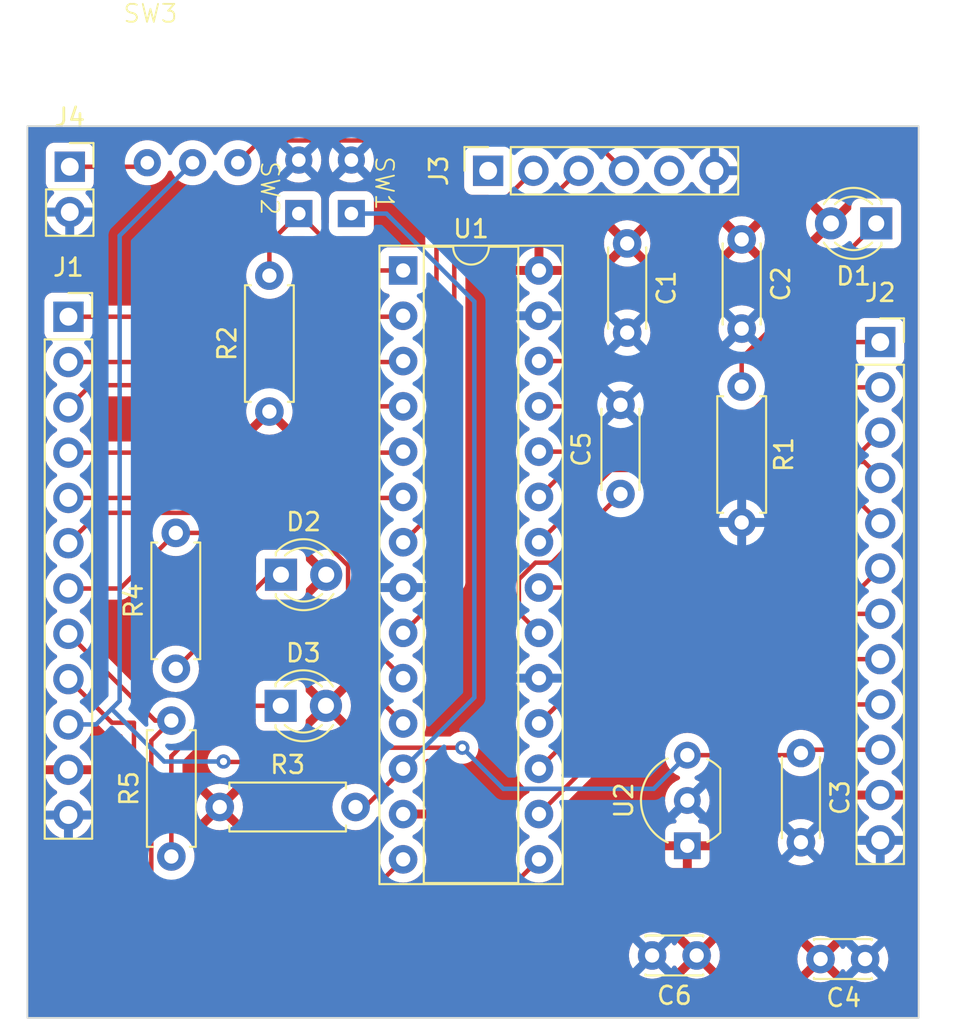
<source format=kicad_pcb>
(kicad_pcb (version 20221018) (generator pcbnew)
  (layers (0 "F.Cu" signal) (31 "B.Cu" signal) (34 "B.Paste" user) (35 "F.Paste" user) (36 "B.SilkS" user "B.Silkscreen") (37 "F.SilkS" user "F.Silkscreen") (38 "B.Mask" user) (39 "F.Mask" user) (44 "Edge.Cuts" user))
  (net 0 "")
  (net 1 "+3.3V")
  (net 2 "GND")
  (net 3 "/Vin")
  (net 4 "Net-(U1-Vcap)")
  (net 5 "Net-(D1-K)")
  (net 6 "Net-(D2-K)")
  (net 7 "Net-(D3-K)")
  (net 8 "/A0")
  (net 9 "/A1")
  (net 10 "/B0")
  (net 11 "/B1")
  (net 12 "/B2")
  (net 13 "/A3")
  (net 14 "/GREEN")
  (net 15 "/YELLOW")
  (net 16 "/B6")
  (net 17 "/B15")
  (net 18 "/B14")
  (net 19 "/B13")
  (net 20 "/B12")
  (net 21 "/B11")
  (net 22 "/B10")
  (net 23 "/B9")
  (net 24 "/B8")
  (net 25 "/B7")
  (net 27 "/U1TX")
  (net 28 "/U1RX")
  (net 29 "+5V")
  (net 31 "Net-(J4-Pin_1)")
  (net 32 "/MCLR")
  (net 33 "/USER")
  (footprint "LED_THT:LED_D3.0mm" (layer "F.Cu") (at 157.625 65.45 180)
    (fp_text reference "D1" (at 1.27 -2.96) (layer "F.SilkS"))
    (fp_text value "RED")
    (fp_line (start -0.29 -1.236) (end -0.29 -1.08) (stroke (width 0.12)) (layer "F.SilkS"))
    (fp_line (start -0.29 1.08) (end -0.29 1.236) (stroke (width 0.12)) (layer "F.SilkS"))
    (fp_arc (start -0.29 -1.235516) (mid 1.366487 -1.987659) (end 2.942335 -1.078608) (stroke (width 0.12)) (layer "F.SilkS"))
    (fp_arc (start 0.229039 -1.08) (mid 1.270117 -1.5) (end 2.31113 -1.079837) (stroke (width 0.12)) (layer "F.SilkS"))
    (fp_arc (start 2.31113 1.079837) (mid 1.270117 1.5) (end 0.229039 1.08) (stroke (width 0.12)) (layer "F.SilkS"))
    (fp_arc (start 2.942335 1.078608) (mid 1.366487 1.987659) (end -0.29 1.235516) (stroke (width 0.12)) (layer "F.SilkS"))
    (pad "1" thru_hole rect (at 0 0 180) (size 1.8 1.8) (drill 0.9) (layers "*.Cu" "*.Mask") (net 5 "Net-(D1-K)"))
    (pad "2" thru_hole circle (at 2.54 0 180) (size 1.8 1.8) (drill 0.9) (layers "*.Cu" "*.Mask") (net 1 "+3.3V"))
  )
  (footprint "Capacitor_THT:C_Disc_D4.3mm_W1.9mm_P5.00mm" (layer "F.Cu") (at 143.275 80.625 90)
    (fp_text reference "C5" (at 2.5 -2.2 90) (layer "F.SilkS"))
    (fp_text value "1uF")
    (fp_line (start 0.23 -1.07) (end 0.23 -1.055) (stroke (width 0.12)) (layer "F.SilkS"))
    (fp_line (start 0.23 -1.07) (end 4.77 -1.07) (stroke (width 0.12)) (layer "F.SilkS"))
    (fp_line (start 0.23 1.055) (end 0.23 1.07) (stroke (width 0.12)) (layer "F.SilkS"))
    (fp_line (start 0.23 1.07) (end 4.77 1.07) (stroke (width 0.12)) (layer "F.SilkS"))
    (fp_line (start 4.77 -1.07) (end 4.77 -1.055) (stroke (width 0.12)) (layer "F.SilkS"))
    (fp_line (start 4.77 1.055) (end 4.77 1.07) (stroke (width 0.12)) (layer "F.SilkS"))
    (pad "1" thru_hole circle (at 0 0 90) (size 1.6 1.6) (drill 0.8) (layers "*.Cu" "*.Mask") (net 4 "Net-(U1-Vcap)"))
    (pad "2" thru_hole circle (at 5 0 90) (size 1.6 1.6) (drill 0.8) (layers "*.Cu" "*.Mask") (net 2 "GND"))
  )
  (footprint "Package_TO_SOT_THT:TO-92_Inline_Wide" (layer "F.Cu") (at 147.025 100.35 90)
    (fp_text reference "U2" (at 2.54 -3.56 90) (layer "F.SilkS"))
    (fp_text value "AP7384-33V")
    (fp_line (start 0.74 1.85) (end 4.34 1.85) (stroke (width 0.12)) (layer "F.SilkS"))
    (fp_arc (start 0.1836 -1.098807) (mid 1.143021 -2.192817) (end 2.54 -2.6) (stroke (width 0.12)) (layer "F.SilkS"))
    (fp_arc (start 0.74 1.85) (mid 0.446097 1.509328) (end 0.215816 1.122795) (stroke (width 0.12)) (layer "F.SilkS"))
    (fp_arc (start 2.54 -2.6) (mid 3.936979 -2.192818) (end 4.8964 -1.098807) (stroke (width 0.12)) (layer "F.SilkS"))
    (fp_arc (start 4.864184 1.122795) (mid 4.633903 1.509328) (end 4.34 1.85) (stroke (width 0.12)) (layer "F.SilkS"))
    (pad "1" thru_hole rect (at 0 0 90) (size 1.5 1.5) (drill 0.8) (layers "*.Cu" "*.Mask") (net 1 "+3.3V"))
    (pad "2" thru_hole circle (at 2.54 0 90) (size 1.5 1.5) (drill 0.8) (layers "*.Cu" "*.Mask") (net 2 "GND"))
    (pad "3" thru_hole circle (at 5.08 0 90) (size 1.5 1.5) (drill 0.8) (layers "*.Cu" "*.Mask") (net 3 "/Vin"))
  )
  (footprint "Capacitor_THT:C_Disc_D4.3mm_W1.9mm_P5.00mm" (layer "F.Cu") (at 143.65 66.575 -90)
    (fp_text reference "C1" (at 2.5 -2.2 90) (layer "F.SilkS"))
    (fp_text value "1uF")
    (fp_line (start 0.23 -1.07) (end 0.23 -1.055) (stroke (width 0.12)) (layer "F.SilkS"))
    (fp_line (start 0.23 -1.07) (end 4.77 -1.07) (stroke (width 0.12)) (layer "F.SilkS"))
    (fp_line (start 0.23 1.055) (end 0.23 1.07) (stroke (width 0.12)) (layer "F.SilkS"))
    (fp_line (start 0.23 1.07) (end 4.77 1.07) (stroke (width 0.12)) (layer "F.SilkS"))
    (fp_line (start 4.77 -1.07) (end 4.77 -1.055) (stroke (width 0.12)) (layer "F.SilkS"))
    (fp_line (start 4.77 1.055) (end 4.77 1.07) (stroke (width 0.12)) (layer "F.SilkS"))
    (pad "1" thru_hole circle (at 0 0 270) (size 1.6 1.6) (drill 0.8) (layers "*.Cu" "*.Mask") (net 1 "+3.3V"))
    (pad "2" thru_hole circle (at 5 0 270) (size 1.6 1.6) (drill 0.8) (layers "*.Cu" "*.Mask") (net 2 "GND"))
  )
  (footprint "pic32project:Buttons" (layer "F.Cu") (at 125.225 63.4 -90)
    (fp_text reference "SW1" (at -0.2 -4.8 -90 unlocked) (layer "F.SilkS") (effects (font (thickness 0.1))))
    (fp_text value "MCLR")
    (pad "1" thru_hole circle (at -1.5 0 270) (size 1.524 1.524) (drill 0.762) (layers "*.Cu" "*.Mask") (net 2 "GND"))
    (pad "2" thru_hole rect (at 1.5 0 270) (size 1.524 1.524) (drill 0.762) (layers "*.Cu" "*.Mask") (net 32 "/MCLR"))
  )
  (footprint "pic32project:Buttons" (layer "F.Cu") (at 128.175 63.4 -90)
    (fp_text reference "SW2" (at 0.075 4.575 -90 unlocked) (layer "F.SilkS") (effects (font (thickness 0.1))))
    (fp_text value "USER")
    (pad "1" thru_hole circle (at -1.5 0 270) (size 1.524 1.524) (drill 0.762) (layers "*.Cu" "*.Mask") (net 2 "GND"))
    (pad "2" thru_hole rect (at 1.5 0 270) (size 1.524 1.524) (drill 0.762) (layers "*.Cu" "*.Mask") (net 33 "/USER"))
  )
  (footprint "Connector_PinSocket_2.54mm:PinSocket_1x02_P2.54mm_Vertical" (layer "F.Cu") (at 112.375 62.275)
    (fp_text reference "J4" (at 0 -2.77) (layer "F.SilkS"))
    (fp_text value "Battery")
    (fp_line (start -1.33 1.27) (end -1.33 3.87) (stroke (width 0.12)) (layer "F.SilkS"))
    (fp_line (start -1.33 1.27) (end 1.33 1.27) (stroke (width 0.12)) (layer "F.SilkS"))
    (fp_line (start -1.33 3.87) (end 1.33 3.87) (stroke (width 0.12)) (layer "F.SilkS"))
    (fp_line (start 0 -1.33) (end 1.33 -1.33) (stroke (width 0.12)) (layer "F.SilkS"))
    (fp_line (start 1.33 -1.33) (end 1.33 0) (stroke (width 0.12)) (layer "F.SilkS"))
    (fp_line (start 1.33 1.27) (end 1.33 3.87) (stroke (width 0.12)) (layer "F.SilkS"))
    (pad "1" thru_hole rect (at 0 0) (size 1.7 1.7) (drill 1) (layers "*.Cu" "*.Mask") (net 31 "Net-(J4-Pin_1)"))
    (pad "2" thru_hole oval (at 0 2.54) (size 1.7 1.7) (drill 1) (layers "*.Cu" "*.Mask") (net 2 "GND"))
  )
  (footprint "Capacitor_THT:C_Disc_D3.0mm_W2.0mm_P2.50mm" (layer "F.Cu") (at 147.55 106.5 180)
    (fp_text reference "C6" (at 1.25 -2.25) (layer "F.SilkS"))
    (fp_text value "0.1uF")
    (fp_line (start -0.37 -1.12) (end -0.37 -1.055) (stroke (width 0.12)) (layer "F.SilkS"))
    (fp_line (start -0.37 -1.12) (end 2.87 -1.12) (stroke (width 0.12)) (layer "F.SilkS"))
    (fp_line (start -0.37 1.055) (end -0.37 1.12) (stroke (width 0.12)) (layer "F.SilkS"))
    (fp_line (start -0.37 1.12) (end 2.87 1.12) (stroke (width 0.12)) (layer "F.SilkS"))
    (fp_line (start 2.87 -1.12) (end 2.87 -1.055) (stroke (width 0.12)) (layer "F.SilkS"))
    (fp_line (start 2.87 1.055) (end 2.87 1.12) (stroke (width 0.12)) (layer "F.SilkS"))
    (pad "1" thru_hole circle (at 0 0 180) (size 1.6 1.6) (drill 0.8) (layers "*.Cu" "*.Mask") (net 1 "+3.3V"))
    (pad "2" thru_hole circle (at 2.5 0 180) (size 1.6 1.6) (drill 0.8) (layers "*.Cu" "*.Mask") (net 2 "GND"))
  )
  (footprint "Resistor_THT:R_Axial_DIN0207_L6.3mm_D2.5mm_P7.62mm_Horizontal" (layer "F.Cu") (at 118.075 100.95 90)
    (fp_text reference "R5" (at 3.81 -2.37 90) (layer "F.SilkS"))
    (fp_text value "330 ohm")
    (fp_line (start 0.54 -1.37) (end 7.08 -1.37) (stroke (width 0.12)) (layer "F.SilkS"))
    (fp_line (start 0.54 -1.04) (end 0.54 -1.37) (stroke (width 0.12)) (layer "F.SilkS"))
    (fp_line (start 0.54 1.04) (end 0.54 1.37) (stroke (width 0.12)) (layer "F.SilkS"))
    (fp_line (start 0.54 1.37) (end 7.08 1.37) (stroke (width 0.12)) (layer "F.SilkS"))
    (fp_line (start 7.08 -1.37) (end 7.08 -1.04) (stroke (width 0.12)) (layer "F.SilkS"))
    (fp_line (start 7.08 1.37) (end 7.08 1.04) (stroke (width 0.12)) (layer "F.SilkS"))
    (pad "1" thru_hole circle (at 0 0 90) (size 1.6 1.6) (drill 0.8) (layers "*.Cu" "*.Mask") (net 7 "Net-(D3-K)"))
    (pad "2" thru_hole oval (at 7.62 0 90) (size 1.6 1.6) (drill 0.8) (layers "*.Cu" "*.Mask") (net 15 "/YELLOW"))
  )
  (footprint "Capacitor_THT:C_Disc_D4.3mm_W1.9mm_P5.00mm" (layer "F.Cu") (at 153.4 95.15 -90)
    (fp_text reference "C3" (at 2.5 -2.2 90) (layer "F.SilkS"))
    (fp_text value "1uF")
    (fp_line (start 0.23 -1.07) (end 0.23 -1.055) (stroke (width 0.12)) (layer "F.SilkS"))
    (fp_line (start 0.23 -1.07) (end 4.77 -1.07) (stroke (width 0.12)) (layer "F.SilkS"))
    (fp_line (start 0.23 1.055) (end 0.23 1.07) (stroke (width 0.12)) (layer "F.SilkS"))
    (fp_line (start 0.23 1.07) (end 4.77 1.07) (stroke (width 0.12)) (layer "F.SilkS"))
    (fp_line (start 4.77 -1.07) (end 4.77 -1.055) (stroke (width 0.12)) (layer "F.SilkS"))
    (fp_line (start 4.77 1.055) (end 4.77 1.07) (stroke (width 0.12)) (layer "F.SilkS"))
    (pad "1" thru_hole circle (at 0 0 270) (size 1.6 1.6) (drill 0.8) (layers "*.Cu" "*.Mask") (net 3 "/Vin"))
    (pad "2" thru_hole circle (at 5 0 270) (size 1.6 1.6) (drill 0.8) (layers "*.Cu" "*.Mask") (net 2 "GND"))
  )
  (footprint "Resistor_THT:R_Axial_DIN0207_L6.3mm_D2.5mm_P7.62mm_Horizontal" (layer "F.Cu") (at 120.79 98.175)
    (fp_text reference "R3" (at 3.81 -2.37) (layer "F.SilkS"))
    (fp_text value "10k ohm")
    (fp_line (start 0.54 -1.37) (end 7.08 -1.37) (stroke (width 0.12)) (layer "F.SilkS"))
    (fp_line (start 0.54 -1.04) (end 0.54 -1.37) (stroke (width 0.12)) (layer "F.SilkS"))
    (fp_line (start 0.54 1.04) (end 0.54 1.37) (stroke (width 0.12)) (layer "F.SilkS"))
    (fp_line (start 0.54 1.37) (end 7.08 1.37) (stroke (width 0.12)) (layer "F.SilkS"))
    (fp_line (start 7.08 -1.37) (end 7.08 -1.04) (stroke (width 0.12)) (layer "F.SilkS"))
    (fp_line (start 7.08 1.37) (end 7.08 1.04) (stroke (width 0.12)) (layer "F.SilkS"))
    (pad "1" thru_hole circle (at 0 0) (size 1.6 1.6) (drill 0.8) (layers "*.Cu" "*.Mask") (net 1 "+3.3V"))
    (pad "2" thru_hole oval (at 7.62 0) (size 1.6 1.6) (drill 0.8) (layers "*.Cu" "*.Mask") (net 33 "/USER"))
  )
  (footprint "Connector_PinSocket_2.54mm:PinSocket_1x06_P2.54mm_Vertical" (layer "F.Cu") (at 135.85 62.5 90)
    (fp_text reference "J3" (at 0 -2.77 90) (layer "F.SilkS"))
    (fp_text value "CP2102")
    (fp_line (start -1.33 1.27) (end -1.33 14.03) (stroke (width 0.12)) (layer "F.SilkS"))
    (fp_line (start -1.33 1.27) (end 1.33 1.27) (stroke (width 0.12)) (layer "F.SilkS"))
    (fp_line (start -1.33 14.03) (end 1.33 14.03) (stroke (width 0.12)) (layer "F.SilkS"))
    (fp_line (start 0 -1.33) (end 1.33 -1.33) (stroke (width 0.12)) (layer "F.SilkS"))
    (fp_line (start 1.33 -1.33) (end 1.33 0) (stroke (width 0.12)) (layer "F.SilkS"))
    (fp_line (start 1.33 1.27) (end 1.33 14.03) (stroke (width 0.12)) (layer "F.SilkS"))
    (pad "1" thru_hole rect (at 0 0 90) (size 1.7 1.7) (drill 1) (layers "*.Cu" "*.Mask"))
    (pad "2" thru_hole oval (at 0 2.54 90) (size 1.7 1.7) (drill 1) (layers "*.Cu" "*.Mask") (net 27 "/U1TX"))
    (pad "3" thru_hole oval (at 0 5.08 90) (size 1.7 1.7) (drill 1) (layers "*.Cu" "*.Mask") (net 28 "/U1RX"))
    (pad "4" thru_hole oval (at 0 7.62 90) (size 1.7 1.7) (drill 1) (layers "*.Cu" "*.Mask") (net 29 "+5V"))
    (pad "5" thru_hole oval (at 0 10.16 90) (size 1.7 1.7) (drill 1) (layers "*.Cu" "*.Mask"))
    (pad "6" thru_hole oval (at 0 12.7 90) (size 1.7 1.7) (drill 1) (layers "*.Cu" "*.Mask") (net 2 "GND"))
  )
  (footprint "LED_THT:LED_D3.0mm" (layer "F.Cu") (at 124.225 85.15)
    (fp_text reference "D2" (at 1.27 -2.96) (layer "F.SilkS"))
    (fp_text value "GREEN")
    (fp_line (start -0.29 -1.236) (end -0.29 -1.08) (stroke (width 0.12)) (layer "F.SilkS"))
    (fp_line (start -0.29 1.08) (end -0.29 1.236) (stroke (width 0.12)) (layer "F.SilkS"))
    (fp_arc (start -0.29 -1.235516) (mid 1.366487 -1.987659) (end 2.942335 -1.078608) (stroke (width 0.12)) (layer "F.SilkS"))
    (fp_arc (start 0.229039 -1.08) (mid 1.270117 -1.5) (end 2.31113 -1.079837) (stroke (width 0.12)) (layer "F.SilkS"))
    (fp_arc (start 2.31113 1.079837) (mid 1.270117 1.5) (end 0.229039 1.08) (stroke (width 0.12)) (layer "F.SilkS"))
    (fp_arc (start 2.942335 1.078608) (mid 1.366487 1.987659) (end -0.29 1.235516) (stroke (width 0.12)) (layer "F.SilkS"))
    (pad "1" thru_hole rect (at 0 0) (size 1.8 1.8) (drill 0.9) (layers "*.Cu" "*.Mask") (net 6 "Net-(D2-K)"))
    (pad "2" thru_hole circle (at 2.54 0) (size 1.8 1.8) (drill 0.9) (layers "*.Cu" "*.Mask") (net 1 "+3.3V"))
  )
  (footprint "Connector_PinSocket_2.54mm:PinSocket_1x12_P2.54mm_Vertical" (layer "F.Cu") (at 112.3 70.685)
    (fp_text reference "J1" (at 0 -2.77) (layer "F.SilkS"))
    (fp_text value "LEFT SIDE")
    (fp_line (start -1.33 1.27) (end -1.33 29.27) (stroke (width 0.12)) (layer "F.SilkS"))
    (fp_line (start -1.33 1.27) (end 1.33 1.27) (stroke (width 0.12)) (layer "F.SilkS"))
    (fp_line (start -1.33 29.27) (end 1.33 29.27) (stroke (width 0.12)) (layer "F.SilkS"))
    (fp_line (start 0 -1.33) (end 1.33 -1.33) (stroke (width 0.12)) (layer "F.SilkS"))
    (fp_line (start 1.33 -1.33) (end 1.33 0) (stroke (width 0.12)) (layer "F.SilkS"))
    (fp_line (start 1.33 1.27) (end 1.33 29.27) (stroke (width 0.12)) (layer "F.SilkS"))
    (pad "1" thru_hole rect (at 0 0) (size 1.7 1.7) (drill 1) (layers "*.Cu" "*.Mask") (net 8 "/A0"))
    (pad "2" thru_hole oval (at 0 2.54) (size 1.7 1.7) (drill 1) (layers "*.Cu" "*.Mask") (net 9 "/A1"))
    (pad "3" thru_hole oval (at 0 5.08) (size 1.7 1.7) (drill 1) (layers "*.Cu" "*.Mask") (net 10 "/B0"))
    (pad "4" thru_hole oval (at 0 7.62) (size 1.7 1.7) (drill 1) (layers "*.Cu" "*.Mask") (net 11 "/B1"))
    (pad "5" thru_hole oval (at 0 10.16) (size 1.7 1.7) (drill 1) (layers "*.Cu" "*.Mask") (net 12 "/B2"))
    (pad "6" thru_hole oval (at 0 12.7) (size 1.7 1.7) (drill 1) (layers "*.Cu" "*.Mask") (net 13 "/A3"))
    (pad "7" thru_hole oval (at 0 15.24) (size 1.7 1.7) (drill 1) (layers "*.Cu" "*.Mask") (net 14 "/GREEN"))
    (pad "8" thru_hole oval (at 0 17.78) (size 1.7 1.7) (drill 1) (layers "*.Cu" "*.Mask") (net 15 "/YELLOW"))
    (pad "9" thru_hole oval (at 0 20.32) (size 1.7 1.7) (drill 1) (layers "*.Cu" "*.Mask") (net 16 "/B6"))
    (pad "10" thru_hole oval (at 0 22.86) (size 1.7 1.7) (drill 1) (layers "*.Cu" "*.Mask") (net 3 "/Vin"))
    (pad "11" thru_hole oval (at 0 25.4) (size 1.7 1.7) (drill 1) (layers "*.Cu" "*.Mask") (net 1 "+3.3V"))
    (pad "12" thru_hole oval (at 0 27.94) (size 1.7 1.7) (drill 1) (layers "*.Cu" "*.Mask") (net 2 "GND"))
  )
  (footprint "Resistor_THT:R_Axial_DIN0207_L6.3mm_D2.5mm_P7.62mm_Horizontal" (layer "F.Cu") (at 123.575 76 90)
    (fp_text reference "R2" (at 3.81 -2.37 90) (layer "F.SilkS"))
    (fp_text value "10k ohm")
    (fp_line (start 0.54 -1.37) (end 7.08 -1.37) (stroke (width 0.12)) (layer "F.SilkS"))
    (fp_line (start 0.54 -1.04) (end 0.54 -1.37) (stroke (width 0.12)) (layer "F.SilkS"))
    (fp_line (start 0.54 1.04) (end 0.54 1.37) (stroke (width 0.12)) (layer "F.SilkS"))
    (fp_line (start 0.54 1.37) (end 7.08 1.37) (stroke (width 0.12)) (layer "F.SilkS"))
    (fp_line (start 7.08 -1.37) (end 7.08 -1.04) (stroke (width 0.12)) (layer "F.SilkS"))
    (fp_line (start 7.08 1.37) (end 7.08 1.04) (stroke (width 0.12)) (layer "F.SilkS"))
    (pad "1" thru_hole circle (at 0 0 90) (size 1.6 1.6) (drill 0.8) (layers "*.Cu" "*.Mask") (net 1 "+3.3V"))
    (pad "2" thru_hole oval (at 7.62 0 90) (size 1.6 1.6) (drill 0.8) (layers "*.Cu" "*.Mask") (net 32 "/MCLR"))
  )
  (footprint "Capacitor_THT:C_Disc_D3.0mm_W2.0mm_P2.50mm" (layer "F.Cu") (at 154.5 106.7)
    (fp_text reference "C4" (at 1.3 2.175) (layer "F.SilkS"))
    (fp_text value "0.1uF")
    (fp_line (start -0.37 -1.12) (end -0.37 -1.055) (stroke (width 0.12)) (layer "F.SilkS"))
    (fp_line (start -0.37 -1.12) (end 2.87 -1.12) (stroke (width 0.12)) (layer "F.SilkS"))
    (fp_line (start -0.37 1.055) (end -0.37 1.12) (stroke (width 0.12)) (layer "F.SilkS"))
    (fp_line (start -0.37 1.12) (end 2.87 1.12) (stroke (width 0.12)) (layer "F.SilkS"))
    (fp_line (start 2.87 -1.12) (end 2.87 -1.055) (stroke (width 0.12)) (layer "F.SilkS"))
    (fp_line (start 2.87 1.055) (end 2.87 1.12) (stroke (width 0.12)) (layer "F.SilkS"))
    (pad "1" thru_hole circle (at 0 0) (size 1.6 1.6) (drill 0.8) (layers "*.Cu" "*.Mask") (net 1 "+3.3V"))
    (pad "2" thru_hole circle (at 2.5 0) (size 1.6 1.6) (drill 0.8) (layers "*.Cu" "*.Mask") (net 2 "GND"))
  )
  (footprint "Capacitor_THT:C_Disc_D4.3mm_W1.9mm_P5.00mm" (layer "F.Cu") (at 150.075 66.35 -90)
    (fp_text reference "C2" (at 2.5 -2.2 90) (layer "F.SilkS"))
    (fp_text value "1uF")
    (fp_line (start 0.23 -1.07) (end 0.23 -1.055) (stroke (width 0.12)) (layer "F.SilkS"))
    (fp_line (start 0.23 -1.07) (end 4.77 -1.07) (stroke (width 0.12)) (layer "F.SilkS"))
    (fp_line (start 0.23 1.055) (end 0.23 1.07) (stroke (width 0.12)) (layer "F.SilkS"))
    (fp_line (start 0.23 1.07) (end 4.77 1.07) (stroke (width 0.12)) (layer "F.SilkS"))
    (fp_line (start 4.77 -1.07) (end 4.77 -1.055) (stroke (width 0.12)) (layer "F.SilkS"))
    (fp_line (start 4.77 1.055) (end 4.77 1.07) (stroke (width 0.12)) (layer "F.SilkS"))
    (pad "1" thru_hole circle (at 0 0 270) (size 1.6 1.6) (drill 0.8) (layers "*.Cu" "*.Mask") (net 1 "+3.3V"))
    (pad "2" thru_hole circle (at 5 0 270) (size 1.6 1.6) (drill 0.8) (layers "*.Cu" "*.Mask") (net 2 "GND"))
  )
  (footprint "Connector_PinSocket_2.54mm:PinSocket_1x12_P2.54mm_Vertical" (layer "F.Cu") (at 157.85 72.105)
    (fp_text reference "J2" (at 0 -2.77) (layer "F.SilkS"))
    (fp_text value "RIGHT SIDE")
    (fp_line (start -1.33 1.27) (end -1.33 29.27) (stroke (width 0.12)) (layer "F.SilkS"))
    (fp_line (start -1.33 1.27) (end 1.33 1.27) (stroke (width 0.12)) (layer "F.SilkS"))
    (fp_line (start -1.33 29.27) (end 1.33 29.27) (stroke (width 0.12)) (layer "F.SilkS"))
    (fp_line (start 0 -1.33) (end 1.33 -1.33) (stroke (width 0.12)) (layer "F.SilkS"))
    (fp_line (start 1.33 -1.33) (end 1.33 0) (stroke (width 0.12)) (layer "F.SilkS"))
    (fp_line (start 1.33 1.27) (end 1.33 29.27) (stroke (width 0.12)) (layer "F.SilkS"))
    (pad "1" thru_hole rect (at 0 0) (size 1.7 1.7) (drill 1) (layers "*.Cu" "*.Mask") (net 17 "/B15"))
    (pad "2" thru_hole oval (at 0 2.54) (size 1.7 1.7) (drill 1) (layers "*.Cu" "*.Mask") (net 18 "/B14"))
    (pad "3" thru_hole oval (at 0 5.08) (size 1.7 1.7) (drill 1) (layers "*.Cu" "*.Mask") (net 19 "/B13"))
    (pad "4" thru_hole oval (at 0 7.62) (size 1.7 1.7) (drill 1) (layers "*.Cu" "*.Mask") (net 20 "/B12"))
    (pad "5" thru_hole oval (at 0 10.16) (size 1.7 1.7) (drill 1) (layers "*.Cu" "*.Mask") (net 21 "/B11"))
    (pad "6" thru_hole oval (at 0 12.7) (size 1.7 1.7) (drill 1) (layers "*.Cu" "*.Mask") (net 22 "/B10"))
    (pad "7" thru_hole oval (at 0 15.24) (size 1.7 1.7) (drill 1) (layers "*.Cu" "*.Mask") (net 23 "/B9"))
    (pad "8" thru_hole oval (at 0 17.78) (size 1.7 1.7) (drill 1) (layers "*.Cu" "*.Mask") (net 24 "/B8"))
    (pad "9" thru_hole oval (at 0 20.32) (size 1.7 1.7) (drill 1) (layers "*.Cu" "*.Mask") (net 25 "/B7"))
    (pad "10" thru_hole oval (at 0 22.86) (size 1.7 1.7) (drill 1) (layers "*.Cu" "*.Mask") (net 3 "/Vin"))
    (pad "11" thru_hole oval (at 0 25.4) (size 1.7 1.7) (drill 1) (layers "*.Cu" "*.Mask") (net 1 "+3.3V"))
    (pad "12" thru_hole oval (at 0 27.94) (size 1.7 1.7) (drill 1) (layers "*.Cu" "*.Mask") (net 2 "GND"))
  )
  (footprint "LED_THT:LED_D3.0mm" (layer "F.Cu") (at 124.21 92.5)
    (fp_text reference "D3" (at 1.27 -2.96) (layer "F.SilkS"))
    (fp_text value "YELLOW")
    (fp_line (start -0.29 -1.236) (end -0.29 -1.08) (stroke (width 0.12)) (layer "F.SilkS"))
    (fp_line (start -0.29 1.08) (end -0.29 1.236) (stroke (width 0.12)) (layer "F.SilkS"))
    (fp_arc (start -0.29 -1.235516) (mid 1.366487 -1.987659) (end 2.942335 -1.078608) (stroke (width 0.12)) (layer "F.SilkS"))
    (fp_arc (start 0.229039 -1.08) (mid 1.270117 -1.5) (end 2.31113 -1.079837) (stroke (width 0.12)) (layer "F.SilkS"))
    (fp_arc (start 2.31113 1.079837) (mid 1.270117 1.5) (end 0.229039 1.08) (stroke (width 0.12)) (layer "F.SilkS"))
    (fp_arc (start 2.942335 1.078608) (mid 1.366487 1.987659) (end -0.29 1.235516) (stroke (width 0.12)) (layer "F.SilkS"))
    (pad "1" thru_hole rect (at 0 0) (size 1.8 1.8) (drill 0.9) (layers "*.Cu" "*.Mask") (net 7 "Net-(D3-K)"))
    (pad "2" thru_hole circle (at 2.54 0) (size 1.8 1.8) (drill 0.9) (layers "*.Cu" "*.Mask") (net 1 "+3.3V"))
  )
  (footprint "Resistor_THT:R_Axial_DIN0207_L6.3mm_D2.5mm_P7.62mm_Horizontal" (layer "F.Cu") (at 150.075 74.6 -90)
    (fp_text reference "R1" (at 3.81 -2.37 90) (layer "F.SilkS"))
    (fp_text value "330 Ohm")
    (fp_line (start 0.54 -1.37) (end 7.08 -1.37) (stroke (width 0.12)) (layer "F.SilkS"))
    (fp_line (start 0.54 -1.04) (end 0.54 -1.37) (stroke (width 0.12)) (layer "F.SilkS"))
    (fp_line (start 0.54 1.04) (end 0.54 1.37) (stroke (width 0.12)) (layer "F.SilkS"))
    (fp_line (start 0.54 1.37) (end 7.08 1.37) (stroke (width 0.12)) (layer "F.SilkS"))
    (fp_line (start 7.08 -1.37) (end 7.08 -1.04) (stroke (width 0.12)) (layer "F.SilkS"))
    (fp_line (start 7.08 1.37) (end 7.08 1.04) (stroke (width 0.12)) (layer "F.SilkS"))
    (pad "1" thru_hole circle (at 0 0 270) (size 1.6 1.6) (drill 0.8) (layers "*.Cu" "*.Mask") (net 5 "Net-(D1-K)"))
    (pad "2" thru_hole oval (at 7.62 0 270) (size 1.6 1.6) (drill 0.8) (layers "*.Cu" "*.Mask") (net 2 "GND"))
  )
  (footprint "pic32project:SlideSwitch" (layer "F.Cu") (at 119.265 62.05 180)
    (fp_text reference "SW3" (at 2.365 8.365 unlocked) (layer "F.SilkS") (effects (font (thickness 0.1))))
    (fp_text value "SW_slide")
    (pad "1" thru_hole circle (at -2.54 0 180) (size 1.524 1.524) (drill 0.762) (layers "*.Cu" "*.Mask") (net 29 "+5V"))
    (pad "2" thru_hole circle (at 0 0 180) (size 1.524 1.524) (drill 0.762) (layers "*.Cu" "*.Mask") (net 3 "/Vin"))
    (pad "3" thru_hole circle (at 2.54 0 180) (size 1.524 1.524) (drill 0.762) (layers "*.Cu" "*.Mask") (net 31 "Net-(J4-Pin_1)"))
  )
  (footprint "Package_DIP:DIP-28_W7.62mm_Socket" (layer "F.Cu") (at 131.08 68.09)
    (fp_text reference "U1" (at 3.81 -2.33) (layer "F.SilkS"))
    (fp_text value "~")
    (fp_line (start -1.33 -1.39) (end -1.33 34.41) (stroke (width 0.12)) (layer "F.SilkS"))
    (fp_line (start -1.33 34.41) (end 8.95 34.41) (stroke (width 0.12)) (layer "F.SilkS"))
    (fp_line (start 1.16 -1.33) (end 1.16 34.35) (stroke (width 0.12)) (layer "F.SilkS"))
    (fp_line (start 1.16 34.35) (end 6.46 34.35) (stroke (width 0.12)) (layer "F.SilkS"))
    (fp_line (start 2.81 -1.33) (end 1.16 -1.33) (stroke (width 0.12)) (layer "F.SilkS"))
    (fp_line (start 6.46 -1.33) (end 4.81 -1.33) (stroke (width 0.12)) (layer "F.SilkS"))
    (fp_line (start 6.46 34.35) (end 6.46 -1.33) (stroke (width 0.12)) (layer "F.SilkS"))
    (fp_line (start 8.95 -1.39) (end -1.33 -1.39) (stroke (width 0.12)) (layer "F.SilkS"))
    (fp_line (start 8.95 34.41) (end 8.95 -1.39) (stroke (width 0.12)) (layer "F.SilkS"))
    (fp_arc (start 4.81 -1.33) (mid 3.81 -0.33) (end 2.81 -1.33) (stroke (width 0.12)) (layer "F.SilkS"))
    (pad "1" thru_hole rect (at 0 0) (size 1.6 1.6) (drill 0.8) (layers "*.Cu" "*.Mask") (net 32 "/MCLR"))
    (pad "2" thru_hole oval (at 0 2.54) (size 1.6 1.6) (drill 0.8) (layers "*.Cu" "*.Mask") (net 8 "/A0"))
    (pad "3" thru_hole oval (at 0 5.08) (size 1.6 1.6) (drill 0.8) (layers "*.Cu" "*.Mask") (net 9 "/A1"))
    (pad "4" thru_hole oval (at 0 7.62) (size 1.6 1.6) (drill 0.8) (layers "*.Cu" "*.Mask") (net 10 "/B0"))
    (pad "5" thru_hole oval (at 0 10.16) (size 1.6 1.6) (drill 0.8) (layers "*.Cu" "*.Mask") (net 11 "/B1"))
    (pad "6" thru_hole oval (at 0 12.7) (size 1.6 1.6) (drill 0.8) (layers "*.Cu" "*.Mask") (net 12 "/B2"))
    (pad "7" thru_hole oval (at 0 15.24) (size 1.6 1.6) (drill 0.8) (layers "*.Cu" "*.Mask") (net 27 "/U1TX"))
    (pad "8" thru_hole oval (at 0 17.78) (size 1.6 1.6) (drill 0.8) (layers "*.Cu" "*.Mask") (net 2 "GND"))
    (pad "9" thru_hole oval (at 0 20.32) (size 1.6 1.6) (drill 0.8) (layers "*.Cu" "*.Mask") (net 28 "/U1RX"))
    (pad "10" thru_hole oval (at 0 22.86) (size 1.6 1.6) (drill 0.8) (layers "*.Cu" "*.Mask") (net 13 "/A3"))
    (pad "11" thru_hole oval (at 0 25.4) (size 1.6 1.6) (drill 0.8) (layers "*.Cu" "*.Mask") (net 14 "/GREEN"))
    (pad "12" thru_hole oval (at 0 27.94) (size 1.6 1.6) (drill 0.8) (layers "*.Cu" "*.Mask") (net 33 "/USER"))
    (pad "13" thru_hole oval (at 0 30.48) (size 1.6 1.6) (drill 0.8) (layers "*.Cu" "*.Mask") (net 1 "+3.3V"))
    (pad "14" thru_hole oval (at 0 33.02) (size 1.6 1.6) (drill 0.8) (layers "*.Cu" "*.Mask") (net 15 "/YELLOW"))
    (pad "15" thru_hole oval (at 7.62 33.02) (size 1.6 1.6) (drill 0.8) (layers "*.Cu" "*.Mask") (net 16 "/B6"))
    (pad "16" thru_hole oval (at 7.62 30.48) (size 1.6 1.6) (drill 0.8) (layers "*.Cu" "*.Mask") (net 25 "/B7"))
    (pad "17" thru_hole oval (at 7.62 27.94) (size 1.6 1.6) (drill 0.8) (layers "*.Cu" "*.Mask") (net 24 "/B8"))
    (pad "18" thru_hole oval (at 7.62 25.4) (size 1.6 1.6) (drill 0.8) (layers "*.Cu" "*.Mask") (net 23 "/B9"))
    (pad "19" thru_hole oval (at 7.62 22.86) (size 1.6 1.6) (drill 0.8) (layers "*.Cu" "*.Mask") (net 2 "GND"))
    (pad "20" thru_hole oval (at 7.62 20.32) (size 1.6 1.6) (drill 0.8) (layers "*.Cu" "*.Mask") (net 4 "Net-(U1-Vcap)"))
    (pad "21" thru_hole oval (at 7.62 17.78) (size 1.6 1.6) (drill 0.8) (layers "*.Cu" "*.Mask") (net 22 "/B10"))
    (pad "22" thru_hole oval (at 7.62 15.24) (size 1.6 1.6) (drill 0.8) (layers "*.Cu" "*.Mask") (net 21 "/B11"))
    (pad "23" thru_hole oval (at 7.62 12.7) (size 1.6 1.6) (drill 0.8) (layers "*.Cu" "*.Mask") (net 20 "/B12"))
    (pad "24" thru_hole oval (at 7.62 10.16) (size 1.6 1.6) (drill 0.8) (layers "*.Cu" "*.Mask") (net 19 "/B13"))
    (pad "25" thru_hole oval (at 7.62 7.62) (size 1.6 1.6) (drill 0.8) (layers "*.Cu" "*.Mask") (net 18 "/B14"))
    (pad "26" thru_hole oval (at 7.62 5.08) (size 1.6 1.6) (drill 0.8) (layers "*.Cu" "*.Mask") (net 17 "/B15"))
    (pad "27" thru_hole oval (at 7.62 2.54) (size 1.6 1.6) (drill 0.8) (layers "*.Cu" "*.Mask") (net 2 "GND"))
    (pad "28" thru_hole oval (at 7.62 0) (size 1.6 1.6) (drill 0.8) (layers "*.Cu" "*.Mask") (net 1 "+3.3V"))
  )
  (footprint "Resistor_THT:R_Axial_DIN0207_L6.3mm_D2.5mm_P7.62mm_Horizontal" (layer "F.Cu") (at 118.325 90.425 90)
    (fp_text reference "R4" (at 3.81 -2.37 90) (layer "F.SilkS"))
    (fp_text value "330 ohm")
    (fp_line (start 0.54 -1.37) (end 7.08 -1.37) (stroke (width 0.12)) (layer "F.SilkS"))
    (fp_line (start 0.54 -1.04) (end 0.54 -1.37) (stroke (width 0.12)) (layer "F.SilkS"))
    (fp_line (start 0.54 1.04) (end 0.54 1.37) (stroke (width 0.12)) (layer "F.SilkS"))
    (fp_line (start 0.54 1.37) (end 7.08 1.37) (stroke (width 0.12)) (layer "F.SilkS"))
    (fp_line (start 7.08 -1.37) (end 7.08 -1.04) (stroke (width 0.12)) (layer "F.SilkS"))
    (fp_line (start 7.08 1.37) (end 7.08 1.04) (stroke (width 0.12)) (layer "F.SilkS"))
    (pad "1" thru_hole circle (at 0 0 90) (size 1.6 1.6) (drill 0.8) (layers "*.Cu" "*.Mask") (net 6 "Net-(D2-K)"))
    (pad "2" thru_hole oval (at 7.62 0 90) (size 1.6 1.6) (drill 0.8) (layers "*.Cu" "*.Mask") (net 14 "/GREEN"))
  )
  (gr_rect (start 110 60) (end 160 110) (stroke (width 0.1)) (fill none) (layer "Edge.Cuts"))
  (segment (start 129.1 94.85) (end 128.3 95.65) (width 0.25) (layer "F.Cu") (net 3))
  (segment (start 153.585 94.965) (end 153.4 95.15) (width 0.25) (layer "F.Cu") (net 3))
  (segment (start 153.28 95.27) (end 153.4 95.15) (width 0.25) (layer "F.Cu") (net 3))
  (segment (start 128.3 95.65) (end 121.025 95.65) (width 0.25) (layer "F.Cu") (net 3))
  (segment (start 121.025 95.65) (end 121 95.625) (width 0.25) (layer "F.Cu") (net 3))
  (segment (start 147.025 95.27) (end 153.28 95.27) (width 0.25) (layer "F.Cu") (net 3))
  (segment (start 157.85 94.965) (end 153.585 94.965) (width 0.25) (layer "F.Cu") (net 3))
  (segment (start 134.4 94.85) (end 129.1 94.85) (width 0.25) (layer "F.Cu") (net 3))
  (via (at 134.4 94.85) (size 0.8) (drill 0.4) (layers "F.Cu" "B.Cu") (net 3))
  (via (at 121 95.625) (size 0.8) (drill 0.4) (layers "F.Cu" "B.Cu") (net 3))
  (segment (start 115.175 92.225) (end 114.725 92.675) (width 0.25) (layer "B.Cu") (net 3))
  (segment (start 115.175 66.14) (end 115.175 92.225) (width 0.25) (layer "B.Cu") (net 3))
  (segment (start 145.14 97.155) (end 136.705 97.155) (width 0.25) (layer "B.Cu") (net 3))
  (segment (start 114.725 92.675) (end 113.855 93.545) (width 0.25) (layer "B.Cu") (net 3))
  (segment (start 117.675 95.625) (end 114.725 92.675) (width 0.25) (layer "B.Cu") (net 3))
  (segment (start 121 95.625) (end 117.675 95.625) (width 0.25) (layer "B.Cu") (net 3))
  (segment (start 113.855 93.545) (end 112.3 93.545) (width 0.25) (layer "B.Cu") (net 3))
  (segment (start 147.025 95.27) (end 145.14 97.155) (width 0.25) (layer "B.Cu") (net 3))
  (segment (start 136.705 97.155) (end 134.4 94.85) (width 0.25) (layer "B.Cu") (net 3))
  (segment (start 119.265 62.05) (end 115.175 66.14) (width 0.25) (layer "B.Cu") (net 3))
  (segment (start 139.425 84.475) (end 143.275 80.625) (width 0.25) (layer "F.Cu") (net 4))
  (segment (start 138.7 88.41) (end 137.575 87.285) (width 0.25) (layer "F.Cu") (net 4))
  (segment (start 138.504009 84.475) (end 139.425 84.475) (width 0.25) (layer "F.Cu") (net 4))
  (segment (start 137.575 85.404009) (end 138.504009 84.475) (width 0.25) (layer "F.Cu") (net 4))
  (segment (start 137.575 87.285) (end 137.575 85.404009) (width 0.25) (layer "F.Cu") (net 4))
  (segment (start 150.075 73) (end 157.625 65.45) (width 0.25) (layer "F.Cu") (net 5))
  (segment (start 150.075 74.6) (end 150.075 73) (width 0.25) (layer "F.Cu") (net 5))
  (segment (start 123.6 85.15) (end 124.225 85.15) (width 0.25) (layer "F.Cu") (net 6))
  (segment (start 118.325 90.425) (end 123.6 85.15) (width 0.25) (layer "F.Cu") (net 6))
  (segment (start 124.21 92.5) (end 120.9 92.5) (width 0.25) (layer "F.Cu") (net 7))
  (segment (start 118.075 95.325) (end 118.075 100.95) (width 0.25) (layer "F.Cu") (net 7))
  (segment (start 120.9 92.5) (end 118.075 95.325) (width 0.25) (layer "F.Cu") (net 7))
  (segment (start 131.025 70.685) (end 131.08 70.63) (width 0.25) (layer "F.Cu") (net 8))
  (segment (start 112.3 70.685) (end 131.025 70.685) (width 0.25) (layer "F.Cu") (net 8))
  (segment (start 131.025 73.225) (end 131.08 73.17) (width 0.25) (layer "F.Cu") (net 9))
  (segment (start 112.3 73.225) (end 131.025 73.225) (width 0.25) (layer "F.Cu") (net 9))
  (segment (start 128.225 74.525) (end 129.41 75.71) (width 0.25) (layer "F.Cu") (net 10))
  (segment (start 129.41 75.71) (end 131.08 75.71) (width 0.25) (layer "F.Cu") (net 10))
  (segment (start 112.3 75.765) (end 113.54 74.525) (width 0.25) (layer "F.Cu") (net 10))
  (segment (start 113.54 74.525) (end 128.225 74.525) (width 0.25) (layer "F.Cu") (net 10))
  (segment (start 131.025 78.305) (end 131.08 78.25) (width 0.25) (layer "F.Cu") (net 11))
  (segment (start 112.3 78.305) (end 131.025 78.305) (width 0.25) (layer "F.Cu") (net 11))
  (segment (start 131.025 80.845) (end 131.08 80.79) (width 0.25) (layer "F.Cu") (net 12))
  (segment (start 112.3 80.845) (end 131.025 80.845) (width 0.25) (layer "F.Cu") (net 12))
  (segment (start 131.08 90.95) (end 128.875 88.745) (width 0.25) (layer "F.Cu") (net 13))
  (segment (start 128.58 81.68) (end 114.005 81.68) (width 0.25) (layer "F.Cu") (net 13))
  (segment (start 128.875 88.745) (end 128.875 81.975) (width 0.25) (layer "F.Cu") (net 13))
  (segment (start 128.875 81.975) (end 128.58 81.68) (width 0.25) (layer "F.Cu") (net 13))
  (segment (start 114.005 81.68) (end 112.3 83.385) (width 0.25) (layer "F.Cu") (net 13))
  (segment (start 131.08 93.49) (end 127.99 90.4) (width 0.25) (layer "F.Cu") (net 14))
  (segment (start 115.205 85.925) (end 118.325 82.805) (width 0.25) (layer "F.Cu") (net 14))
  (segment (start 126.152412 82.805) (end 118.325 82.805) (width 0.25) (layer "F.Cu") (net 14))
  (segment (start 112.3 85.925) (end 115.205 85.925) (width 0.25) (layer "F.Cu") (net 14))
  (segment (start 127.99 90.4) (end 127.99 84.642588) (width 0.25) (layer "F.Cu") (net 14))
  (segment (start 127.99 84.642588) (end 126.152412 82.805) (width 0.25) (layer "F.Cu") (net 14))
  (segment (start 129.69 102.5) (end 131.08 101.11) (width 0.25) (layer "F.Cu") (net 15))
  (segment (start 116.95 101.975) (end 117.475 102.5) (width 0.25) (layer "F.Cu") (net 15))
  (segment (start 117.475 102.5) (end 129.69 102.5) (width 0.25) (layer "F.Cu") (net 15))
  (segment (start 112.3 88.465) (end 117.165 93.33) (width 0.25) (layer "F.Cu") (net 15))
  (segment (start 117.165 93.33) (end 118.075 93.33) (width 0.25) (layer "F.Cu") (net 15))
  (segment (start 116.95 94.455) (end 116.95 101.975) (width 0.25) (layer "F.Cu") (net 15))
  (segment (start 118.075 93.33) (end 116.95 94.455) (width 0.25) (layer "F.Cu") (net 15))
  (segment (start 136.435 103.375) (end 117.4 103.375) (width 0.25) (layer "F.Cu") (net 16))
  (segment (start 114.745 93.45) (end 112.3 91.005) (width 0.25) (layer "F.Cu") (net 16))
  (segment (start 117.4 103.375) (end 115.975 101.95) (width 0.25) (layer "F.Cu") (net 16))
  (segment (start 138.7 101.11) (end 136.435 103.375) (width 0.25) (layer "F.Cu") (net 16))
  (segment (start 115.975 93.45) (end 114.745 93.45) (width 0.25) (layer "F.Cu") (net 16))
  (segment (start 115.975 101.95) (end 115.975 93.45) (width 0.25) (layer "F.Cu") (net 16))
  (segment (start 138.7 73.17) (end 146.595 73.17) (width 0.25) (layer "F.Cu") (net 17))
  (segment (start 149.45 76.025) (end 150.625 76.025) (width 0.25) (layer "F.Cu") (net 17))
  (segment (start 146.595 73.17) (end 149.45 76.025) (width 0.25) (layer "F.Cu") (net 17))
  (segment (start 154.545 72.105) (end 157.85 72.105) (width 0.25) (layer "F.Cu") (net 17))
  (segment (start 150.625 76.025) (end 154.545 72.105) (width 0.25) (layer "F.Cu") (net 17))
  (segment (start 149.3 76.8) (end 146.55 74.05) (width 0.25) (layer "F.Cu") (net 18))
  (segment (start 150.85 76.8) (end 149.3 76.8) (width 0.25) (layer "F.Cu") (net 18))
  (segment (start 142.025 74.05) (end 140.365 75.71) (width 0.25) (layer "F.Cu") (net 18))
  (segment (start 140.365 75.71) (end 138.7 75.71) (width 0.25) (layer "F.Cu") (net 18))
  (segment (start 157.85 74.645) (end 153.005 74.645) (width 0.25) (layer "F.Cu") (net 18))
  (segment (start 153.005 74.645) (end 150.85 76.8) (width 0.25) (layer "F.Cu") (net 18))
  (segment (start 146.55 74.05) (end 142.025 74.05) (width 0.25) (layer "F.Cu") (net 18))
  (segment (start 156.785 78.25) (end 157.85 77.185) (width 0.25) (layer "F.Cu") (net 19))
  (segment (start 138.7 78.25) (end 156.785 78.25) (width 0.25) (layer "F.Cu") (net 19))
  (segment (start 140.665 78.825) (end 156.95 78.825) (width 0.25) (layer "F.Cu") (net 20))
  (segment (start 156.95 78.825) (end 157.85 79.725) (width 0.25) (layer "F.Cu") (net 20))
  (segment (start 138.7 80.79) (end 140.665 78.825) (width 0.25) (layer "F.Cu") (net 20))
  (segment (start 142.675 79.355) (end 138.7 83.33) (width 0.25) (layer "F.Cu") (net 21))
  (segment (start 142.675 79.275) (end 142.675 79.355) (width 0.25) (layer "F.Cu") (net 21))
  (segment (start 157.85 82.265) (end 154.86 79.275) (width 0.25) (layer "F.Cu") (net 21))
  (segment (start 154.86 79.275) (end 142.675 79.275) (width 0.25) (layer "F.Cu") (net 21))
  (segment (start 156.785 85.87) (end 157.85 84.805) (width 0.25) (layer "F.Cu") (net 22))
  (segment (start 138.7 85.87) (end 156.785 85.87) (width 0.25) (layer "F.Cu") (net 22))
  (segment (start 138.7 93.49) (end 140.725 91.465) (width 0.25) (layer "F.Cu") (net 23))
  (segment (start 140.725 87.575) (end 140.955 87.345) (width 0.25) (layer "F.Cu") (net 23))
  (segment (start 140.955 87.345) (end 157.85 87.345) (width 0.25) (layer "F.Cu") (net 23))
  (segment (start 140.725 91.465) (end 140.725 87.575) (width 0.25) (layer "F.Cu") (net 23))
  (segment (start 141.565 89.885) (end 157.85 89.885) (width 0.25) (layer "F.Cu") (net 24))
  (segment (start 141.55 89.9) (end 141.565 89.885) (width 0.25) (layer "F.Cu") (net 24))
  (segment (start 138.7 96.03) (end 141.55 93.18) (width 0.25) (layer "F.Cu") (net 24))
  (segment (start 141.55 93.18) (end 141.55 89.9) (width 0.25) (layer "F.Cu") (net 24))
  (segment (start 142.625 92.425) (end 157.85 92.425) (width 0.25) (layer "F.Cu") (net 25))
  (segment (start 142.625 94.645) (end 142.625 92.425) (width 0.25) (layer "F.Cu") (net 25))
  (segment (start 138.7 98.57) (end 142.625 94.645) (width 0.25) (layer "F.Cu") (net 25))
  (segment (start 132.95 64.725) (end 132.95 81.46) (width 0.25) (layer "F.Cu") (net 27))
  (segment (start 136.165 64.725) (end 132.95 64.725) (width 0.25) (layer "F.Cu") (net 27))
  (segment (start 132.95 81.46) (end 131.08 83.33) (width 0.25) (layer "F.Cu") (net 27))
  (segment (start 138.39 62.5) (end 136.165 64.725) (width 0.25) (layer "F.Cu") (net 27))
  (segment (start 140.93 62.5) (end 137.58 65.85) (width 0.25) (layer "F.Cu") (net 28))
  (segment (start 133.95 85.54) (end 131.08 88.41) (width 0.25) (layer "F.Cu") (net 28))
  (segment (start 133.95 65.85) (end 133.95 85.54) (width 0.25) (layer "F.Cu") (net 28))
  (segment (start 137.58 65.85) (end 133.95 65.85) (width 0.25) (layer "F.Cu") (net 28))
  (segment (start 123.055 60.8) (end 141.77 60.8) (width 0.25) (layer "F.Cu") (net 29))
  (segment (start 141.77 60.8) (end 143.47 62.5) (width 0.25) (layer "F.Cu") (net 29))
  (segment (start 121.805 62.05) (end 123.055 60.8) (width 0.25) (layer "F.Cu") (net 29))
  (segment (start 112.375 62.275) (end 116.5 62.275) (width 0.25) (layer "F.Cu") (net 31))
  (segment (start 116.5 62.275) (end 116.725 62.05) (width 0.25) (layer "F.Cu") (net 31))
  (segment (start 123.575 68.38) (end 123.575 66.55) (width 0.25) (layer "F.Cu") (net 32))
  (segment (start 128.415 68.09) (end 125.225 64.9) (width 0.25) (layer "F.Cu") (net 32))
  (segment (start 131.08 68.09) (end 128.415 68.09) (width 0.25) (layer "F.Cu") (net 32))
  (segment (start 123.575 66.55) (end 125.225 64.9) (width 0.25) (layer "F.Cu") (net 32))
  (segment (start 128.935 98.175) (end 128.41 98.175) (width 0.25) (layer "F.Cu") (net 33))
  (segment (start 131.08 96.03) (end 128.935 98.175) (width 0.25) (layer "F.Cu") (net 33))
  (segment (start 128.175 64.9) (end 130.14 64.9) (width 0.25) (layer "B.Cu") (net 33))
  (segment (start 131.08 96.03) (end 135.075 92.035) (width 0.25) (layer "B.Cu") (net 33))
  (segment (start 135.075 92.035) (end 135.075 69.835) (width 0.25) (layer "B.Cu") (net 33))
  (segment (start 130.14 64.9) (end 135.075 69.835) (width 0.25) (layer "B.Cu") (net 33))
  (zone (net 1) (net_name "+3.3V") (layer "F.Cu") (priority 1) (connect_pads (clearance 0.5)) (min_thickness 0.25) (fill yes (thermal_gap 0.5) (thermal_bridge_width 0.5))
    (polygon (pts (xy 109.55 59.625) (xy 109.65 110.325) (xy 160.625 110.375) (xy 160.45 59.675)))
  )
  (zone (net 2) (net_name "GND") (layer "B.Cu") (connect_pads (clearance 0.5)) (min_thickness 0.25) (fill yes (thermal_gap 0.5) (thermal_bridge_width 0.5))
    (polygon (pts (xy 109.6 59.7) (xy 109.625 110.35) (xy 160.6 110.375) (xy 160.45 59.675)))
  )
)
</source>
